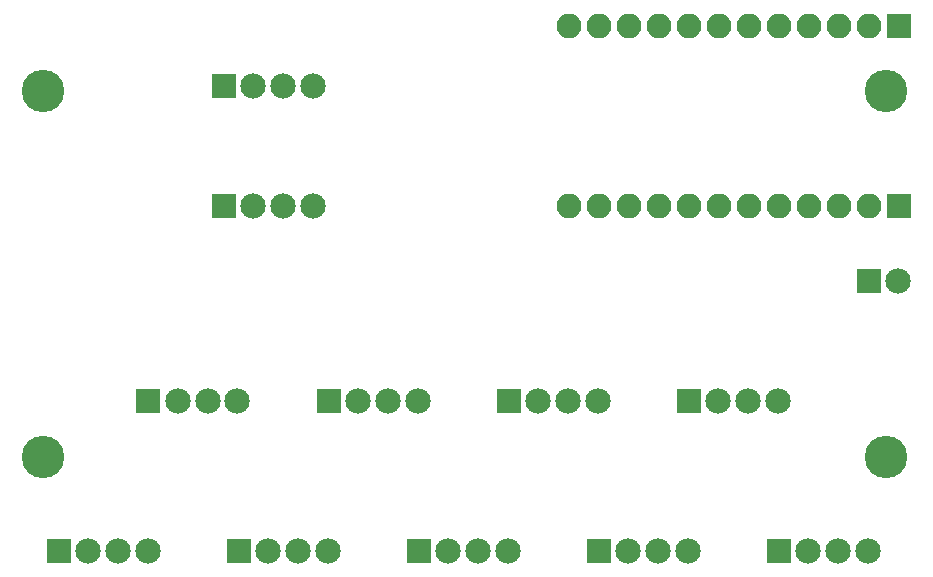
<source format=gbr>
G04 #@! TF.GenerationSoftware,KiCad,Pcbnew,(5.0.0)*
G04 #@! TF.CreationDate,2019-07-13T19:24:01-04:00*
G04 #@! TF.ProjectId,ProMicro-Breakout,50726F4D6963726F2D427265616B6F75,rev?*
G04 #@! TF.SameCoordinates,Original*
G04 #@! TF.FileFunction,Soldermask,Bot*
G04 #@! TF.FilePolarity,Negative*
%FSLAX46Y46*%
G04 Gerber Fmt 4.6, Leading zero omitted, Abs format (unit mm)*
G04 Created by KiCad (PCBNEW (5.0.0)) date 07/13/19 19:24:01*
%MOMM*%
%LPD*%
G01*
G04 APERTURE LIST*
%ADD10O,2.100000X2.100000*%
%ADD11R,2.100000X2.100000*%
%ADD12C,2.150000*%
%ADD13R,2.150000X2.150000*%
%ADD14C,3.600000*%
G04 APERTURE END LIST*
D10*
G04 #@! TO.C,J7*
X152400000Y-92710000D03*
X154940000Y-92710000D03*
X157480000Y-92710000D03*
X160020000Y-92710000D03*
X162560000Y-92710000D03*
X165100000Y-92710000D03*
X167640000Y-92710000D03*
X170180000Y-92710000D03*
X172720000Y-92710000D03*
X175260000Y-92710000D03*
X177800000Y-92710000D03*
D11*
X180340000Y-92710000D03*
G04 #@! TD*
G04 #@! TO.C,J10*
X180340000Y-107950000D03*
D10*
X177800000Y-107950000D03*
X175260000Y-107950000D03*
X172720000Y-107950000D03*
X170180000Y-107950000D03*
X167640000Y-107950000D03*
X165100000Y-107950000D03*
X162560000Y-107950000D03*
X160020000Y-107950000D03*
X157480000Y-107950000D03*
X154940000Y-107950000D03*
X152400000Y-107950000D03*
G04 #@! TD*
D12*
G04 #@! TO.C,J13*
X180300000Y-114300000D03*
D13*
X177800000Y-114300000D03*
G04 #@! TD*
D12*
G04 #@! TO.C,J8*
X147200000Y-137160000D03*
X144700000Y-137160000D03*
X142200000Y-137160000D03*
D13*
X139700000Y-137160000D03*
G04 #@! TD*
D12*
G04 #@! TO.C,J2*
X130690000Y-107950000D03*
X128190000Y-107950000D03*
X125690000Y-107950000D03*
D13*
X123190000Y-107950000D03*
G04 #@! TD*
D12*
G04 #@! TO.C,J3*
X177680000Y-137160000D03*
X175180000Y-137160000D03*
X172680000Y-137160000D03*
D13*
X170180000Y-137160000D03*
G04 #@! TD*
G04 #@! TO.C,J4*
X162560000Y-124460000D03*
D12*
X165060000Y-124460000D03*
X167560000Y-124460000D03*
X170060000Y-124460000D03*
G04 #@! TD*
G04 #@! TO.C,J5*
X162440000Y-137160000D03*
X159940000Y-137160000D03*
X157440000Y-137160000D03*
D13*
X154940000Y-137160000D03*
G04 #@! TD*
G04 #@! TO.C,J9*
X132080000Y-124460000D03*
D12*
X134580000Y-124460000D03*
X137080000Y-124460000D03*
X139580000Y-124460000D03*
G04 #@! TD*
G04 #@! TO.C,J11*
X131960000Y-137160000D03*
X129460000Y-137160000D03*
X126960000Y-137160000D03*
D13*
X124460000Y-137160000D03*
G04 #@! TD*
G04 #@! TO.C,J12*
X116800000Y-124460000D03*
D12*
X119300000Y-124460000D03*
X121800000Y-124460000D03*
X124300000Y-124460000D03*
G04 #@! TD*
G04 #@! TO.C,J14*
X116720000Y-137160000D03*
X114220000Y-137160000D03*
X111720000Y-137160000D03*
D13*
X109220000Y-137160000D03*
G04 #@! TD*
G04 #@! TO.C,J1*
X123190000Y-97790000D03*
D12*
X125690000Y-97790000D03*
X128190000Y-97790000D03*
X130690000Y-97790000D03*
G04 #@! TD*
G04 #@! TO.C,J6*
X154820000Y-124460000D03*
X152320000Y-124460000D03*
X149820000Y-124460000D03*
D13*
X147320000Y-124460000D03*
G04 #@! TD*
D14*
G04 #@! TO.C,MH1*
X107912000Y-129260000D03*
G04 #@! TD*
G04 #@! TO.C,MH2*
X107912000Y-98260000D03*
G04 #@! TD*
G04 #@! TO.C,MH3*
X179212000Y-129260000D03*
G04 #@! TD*
G04 #@! TO.C,MH4*
X179212000Y-98260000D03*
G04 #@! TD*
M02*

</source>
